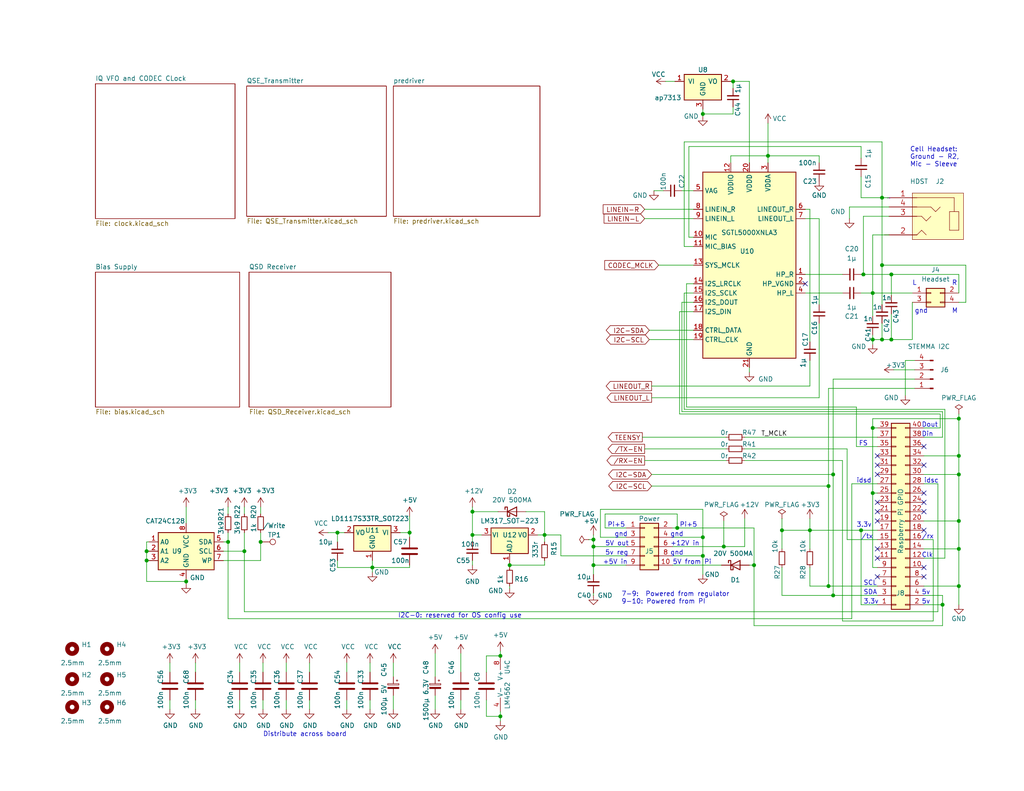
<source format=kicad_sch>
(kicad_sch (version 20230121) (generator eeschema)
  (paper "USLetter")
  (title_block (title "HF IQ Transceiver PiggyBack for Pi (not a hat)") (date "2024-01-21") (rev "2.0") (company "AE0GL: Mario P. Vano") (comment 1 "Sheet 1: Codec, Power Supplies, and GPIO") (comment 2 "Preliminary Version 2"))
  (junction (at 191.77 151.765))
  (junction (at 101.6 154.94))
  (junction (at 243.205 74.93))
  (junction (at 148.59 146.05))
  (junction (at 238.125 134.62))
  (junction (at 238.125 80.01))
  (junction (at 238.125 92.71))
  (junction (at 226.06 160.02))
  (junction (at 209.55 42.545))
  (junction (at 243.205 92.71))
  (junction (at 240.665 72.39))
  (junction (at 240.665 53.975))
  (junction (at 240.665 92.71))
  (junction (at 227.33 129.54))
  (junction (at 261.62 129.54))
  (junction (at 257.175 165.1))
  (junction (at 205.74 154.305))
  (junction (at 40.005 150.495))
  (junction (at 161.925 147.32))
  (junction (at 40.005 153.035))
  (junction (at 227.33 162.56))
  (junction (at 71.12 147.955))
  (junction (at 191.77 146.685))
  (junction (at 66.675 150.495))
  (junction (at 220.98 144.78))
  (junction (at 197.485 149.225))
  (junction (at 50.8 158.75))
  (junction (at 213.36 144.78))
  (junction (at 128.905 139.7))
  (junction (at 92.075 145.415))
  (junction (at 191.77 31.115))
  (junction (at 234.95 144.78))
  (junction (at 238.125 116.84))
  (junction (at 161.925 149.225))
  (junction (at 261.62 142.24))
  (junction (at 136.525 195.58))
  (junction (at 136.525 179.07))
  (junction (at 184.785 144.145))
  (junction (at 128.905 146.05))
  (junction (at 261.62 124.46))
  (junction (at 261.62 114.3))
  (junction (at 161.925 154.305))
  (junction (at 226.06 132.715))
  (junction (at 235.585 74.93))
  (junction (at 111.76 145.415))
  (junction (at 200.025 22.225))
  (junction (at 62.23 147.955))
  (junction (at 261.62 160.02))
  (junction (at 139.065 154.305))
  (junction (at 261.62 149.86))
  (no_connect (at 239.395 127))
  (no_connect (at 239.395 149.86))
  (no_connect (at 239.395 152.4))
  (no_connect (at 252.095 157.48))
  (no_connect (at 239.395 129.54))
  (no_connect (at 252.095 134.62))
  (no_connect (at 252.095 154.94))
  (no_connect (at 239.395 139.7))
  (no_connect (at 252.095 137.16))
  (no_connect (at 252.095 127))
  (no_connect (at 239.395 137.16))
  (no_connect (at 252.095 144.78))
  (no_connect (at 239.395 157.48))
  (no_connect (at 219.71 77.47))
  (no_connect (at 252.095 121.92))
  (no_connect (at 239.395 142.24))
  (no_connect (at 252.095 139.7))
  (no_connect (at 239.395 124.46))
  (wire (pts (xy 243.205 85.725) (xy 243.205 92.71)))
  (wire (pts (xy 65.405 180.975) (xy 65.405 183.515)))
  (wire (pts (xy 170.815 146.685) (xy 163.83 146.685)))
  (wire (pts (xy 226.06 160.02) (xy 239.395 160.02)))
  (wire (pts (xy 186.69 67.31) (xy 189.23 67.31)))
  (wire (pts (xy 161.925 146.05) (xy 161.925 147.32)))
  (wire (pts (xy 189.23 52.07) (xy 186.055 52.07)))
  (wire (pts (xy 261.62 124.46) (xy 261.62 129.54)))
  (wire (pts (xy 261.62 74.93) (xy 243.205 74.93)))
  (wire (pts (xy 65.405 191.135) (xy 65.405 193.675)))
  (wire (pts (xy 263.525 72.39) (xy 263.525 82.55)))
  (wire (pts (xy 227.33 162.56) (xy 239.395 162.56)))
  (wire (pts (xy 165.1 140.335) (xy 184.785 140.335)))
  (wire (pts (xy 60.96 147.955) (xy 62.23 147.955)))
  (wire (pts (xy 233.68 121.92) (xy 239.395 121.92)))
  (wire (pts (xy 185.42 113.03) (xy 256.54 113.03)))
  (wire (pts (xy 257.175 165.1) (xy 257.175 170.815)))
  (wire (pts (xy 139.065 154.94) (xy 139.065 154.305)))
  (wire (pts (xy 238.125 86.36) (xy 238.125 80.01)))
  (wire (pts (xy 153.035 146.05) (xy 153.035 151.765)))
  (wire (pts (xy 252.095 132.08) (xy 255.905 132.08)))
  (wire (pts (xy 136.525 195.58) (xy 136.525 194.31)))
  (wire (pts (xy 227.33 103.505) (xy 227.33 129.54)))
  (wire (pts (xy 132.715 179.07) (xy 136.525 179.07)))
  (wire (pts (xy 229.87 125.73) (xy 203.2 125.73)))
  (wire (pts (xy 209.55 42.545) (xy 209.55 33.655)))
  (wire (pts (xy 40.005 153.035) (xy 40.64 153.035)))
  (wire (pts (xy 178.435 52.07) (xy 180.975 52.07)))
  (wire (pts (xy 238.125 64.135) (xy 238.125 80.01)))
  (wire (pts (xy 234.95 165.1) (xy 234.95 144.78)))
  (wire (pts (xy 177.165 90.17) (xy 189.23 90.17)))
  (wire (pts (xy 100.965 180.975) (xy 100.965 183.515)))
  (wire (pts (xy 197.485 149.225) (xy 203.2 149.225)))
  (wire (pts (xy 234.95 165.1) (xy 239.395 165.1)))
  (wire (pts (xy 232.41 132.08) (xy 232.41 168.91)))
  (wire (pts (xy 161.925 149.225) (xy 161.925 147.32)))
  (wire (pts (xy 243.84 100.965) (xy 249.555 100.965)))
  (wire (pts (xy 128.905 154.305) (xy 128.905 153.035)))
  (wire (pts (xy 177.8 132.715) (xy 226.06 132.715)))
  (wire (pts (xy 220.98 154.94) (xy 220.98 160.02)))
  (wire (pts (xy 177.165 92.71) (xy 189.23 92.71)))
  (wire (pts (xy 248.92 82.55) (xy 248.92 92.71)))
  (wire (pts (xy 128.905 138.43) (xy 128.905 139.7)))
  (wire (pts (xy 60.96 150.495) (xy 66.675 150.495)))
  (wire (pts (xy 238.125 134.62) (xy 238.125 116.84)))
  (wire (pts (xy 78.105 191.135) (xy 78.105 193.675)))
  (wire (pts (xy 66.675 167.005) (xy 66.675 150.495)))
  (wire (pts (xy 92.075 145.415) (xy 92.075 147.955)))
  (wire (pts (xy 135.89 139.7) (xy 128.905 139.7)))
  (wire (pts (xy 255.905 132.08) (xy 255.905 167.005)))
  (wire (pts (xy 146.685 146.05) (xy 148.59 146.05)))
  (wire (pts (xy 184.785 144.145) (xy 205.74 144.145)))
  (wire (pts (xy 66.675 150.495) (xy 66.675 145.415)))
  (wire (pts (xy 191.77 31.115) (xy 191.77 29.845)))
  (wire (pts (xy 213.36 154.94) (xy 213.36 162.56)))
  (wire (pts (xy 235.585 59.055) (xy 235.585 74.93)))
  (wire (pts (xy 186.69 38.735) (xy 186.69 67.31)))
  (wire (pts (xy 118.745 178.435) (xy 118.745 184.785)))
  (wire (pts (xy 261.62 160.02) (xy 261.62 165.1)))
  (wire (pts (xy 219.71 59.69) (xy 223.52 59.69)))
  (wire (pts (xy 240.665 53.975) (xy 234.95 53.975)))
  (wire (pts (xy 107.315 180.975) (xy 107.315 184.785)))
  (wire (pts (xy 177.8 105.41) (xy 220.98 105.41)))
  (wire (pts (xy 234.95 144.78) (xy 239.395 144.78)))
  (wire (pts (xy 226.06 132.715) (xy 226.06 106.045)))
  (wire (pts (xy 226.06 132.715) (xy 226.06 160.02)))
  (wire (pts (xy 261.62 82.55) (xy 263.525 82.55)))
  (wire (pts (xy 143.51 139.7) (xy 148.59 139.7)))
  (wire (pts (xy 184.785 144.145) (xy 183.515 144.145)))
  (wire (pts (xy 71.12 145.415) (xy 71.12 147.955)))
  (wire (pts (xy 84.455 191.135) (xy 84.455 193.675)))
  (wire (pts (xy 239.395 154.94) (xy 238.125 154.94)))
  (wire (pts (xy 235.585 74.93) (xy 243.205 74.93)))
  (wire (pts (xy 191.77 31.115) (xy 191.77 31.75)))
  (wire (pts (xy 187.96 40.005) (xy 187.96 64.77)))
  (wire (pts (xy 184.785 140.335) (xy 184.785 144.145)))
  (wire (pts (xy 204.47 100.33) (xy 204.47 101.6)))
  (wire (pts (xy 261.62 114.3) (xy 261.62 124.46)))
  (wire (pts (xy 256.54 116.84) (xy 252.095 116.84)))
  (wire (pts (xy 181.61 22.225) (xy 184.15 22.225)))
  (wire (pts (xy 148.59 153.035) (xy 148.59 154.305)))
  (wire (pts (xy 249.555 98.425) (xy 247.015 98.425)))
  (wire (pts (xy 252.095 129.54) (xy 261.62 129.54)))
  (wire (pts (xy 186.69 111.76) (xy 257.81 111.76)))
  (wire (pts (xy 238.125 80.01) (xy 248.92 80.01)))
  (wire (pts (xy 191.77 146.685) (xy 191.77 151.765)))
  (wire (pts (xy 89.535 145.415) (xy 92.075 145.415)))
  (wire (pts (xy 220.98 105.41) (xy 220.98 98.425)))
  (wire (pts (xy 139.065 154.305) (xy 139.065 153.67)))
  (wire (pts (xy 240.665 92.71) (xy 238.125 92.71)))
  (wire (pts (xy 254.635 147.32) (xy 252.095 147.32)))
  (wire (pts (xy 71.12 153.035) (xy 71.12 147.955)))
  (wire (pts (xy 203.2 149.225) (xy 203.2 141.605)))
  (wire (pts (xy 232.41 168.91) (xy 62.23 168.91)))
  (wire (pts (xy 175.895 125.73) (xy 198.12 125.73)))
  (wire (pts (xy 132.715 191.135) (xy 132.715 195.58)))
  (wire (pts (xy 132.715 183.515) (xy 132.715 179.07)))
  (wire (pts (xy 257.175 165.1) (xy 252.095 165.1)))
  (wire (pts (xy 200.025 24.13) (xy 200.025 22.225)))
  (wire (pts (xy 238.125 91.44) (xy 238.125 92.71)))
  (wire (pts (xy 213.36 162.56) (xy 227.33 162.56)))
  (wire (pts (xy 220.98 57.15) (xy 220.98 93.345)))
  (wire (pts (xy 209.55 42.545) (xy 199.39 42.545)))
  (wire (pts (xy 204.47 22.225) (xy 204.47 44.45)))
  (wire (pts (xy 205.74 144.145) (xy 205.74 154.305)))
  (wire (pts (xy 233.68 111.125) (xy 233.68 121.92)))
  (wire (pts (xy 187.96 64.77) (xy 189.23 64.77)))
  (wire (pts (xy 111.76 154.305) (xy 111.76 154.94)))
  (wire (pts (xy 50.8 158.75) (xy 50.8 159.385)))
  (wire (pts (xy 200.025 31.115) (xy 191.77 31.115)))
  (wire (pts (xy 229.87 125.73) (xy 229.87 169.545)))
  (wire (pts (xy 255.905 167.005) (xy 66.675 167.005)))
  (wire (pts (xy 234.95 80.01) (xy 238.125 80.01)))
  (wire (pts (xy 240.665 72.39) (xy 263.525 72.39)))
  (wire (pts (xy 107.315 189.865) (xy 107.315 193.675)))
  (wire (pts (xy 53.34 191.135) (xy 53.34 193.675)))
  (wire (pts (xy 187.325 111.125) (xy 233.68 111.125)))
  (wire (pts (xy 248.92 92.71) (xy 243.205 92.71)))
  (wire (pts (xy 187.325 77.47) (xy 187.325 111.125)))
  (wire (pts (xy 163.83 146.685) (xy 163.83 139.065)))
  (wire (pts (xy 261.62 142.24) (xy 261.62 149.86)))
  (wire (pts (xy 71.12 138.43) (xy 71.12 140.335)))
  (wire (pts (xy 252.095 124.46) (xy 261.62 124.46)))
  (wire (pts (xy 252.095 162.56) (xy 257.175 162.56)))
  (wire (pts (xy 238.125 92.71) (xy 238.125 93.98)))
  (wire (pts (xy 240.665 38.735) (xy 240.665 53.975)))
  (wire (pts (xy 219.71 80.01) (xy 229.87 80.01)))
  (wire (pts (xy 197.485 149.225) (xy 197.485 142.24)))
  (wire (pts (xy 261.62 160.02) (xy 252.095 160.02)))
  (wire (pts (xy 240.665 88.265) (xy 240.665 92.71)))
  (wire (pts (xy 40.005 153.035) (xy 40.005 158.75)))
  (wire (pts (xy 234.95 53.975) (xy 234.95 48.26)))
  (wire (pts (xy 247.015 98.425) (xy 247.015 107.95)))
  (wire (pts (xy 191.77 151.765) (xy 191.77 156.845)))
  (wire (pts (xy 175.895 122.555) (xy 198.12 122.555)))
  (wire (pts (xy 238.125 116.84) (xy 238.125 114.3)))
  (wire (pts (xy 199.39 42.545) (xy 199.39 44.45)))
  (wire (pts (xy 229.87 169.545) (xy 254.635 169.545)))
  (wire (pts (xy 252.095 149.86) (xy 261.62 149.86)))
  (wire (pts (xy 46.355 191.135) (xy 46.355 193.675)))
  (wire (pts (xy 40.64 147.955) (xy 40.005 147.955)))
  (wire (pts (xy 235.585 59.055) (xy 242.57 59.055)))
  (wire (pts (xy 40.005 158.75) (xy 50.8 158.75)))
  (wire (pts (xy 252.095 119.38) (xy 257.175 119.38)))
  (wire (pts (xy 100.965 191.135) (xy 100.965 193.675)))
  (wire (pts (xy 189.23 80.01) (xy 186.69 80.01)))
  (wire (pts (xy 243.205 74.93) (xy 243.205 80.645)))
  (wire (pts (xy 136.525 177.8) (xy 136.525 179.07)))
  (wire (pts (xy 200.025 31.115) (xy 200.025 29.21)))
  (wire (pts (xy 163.83 139.065) (xy 191.77 139.065)))
  (wire (pts (xy 71.755 180.975) (xy 71.755 183.515)))
  (wire (pts (xy 257.175 170.815) (xy 205.74 170.815)))
  (wire (pts (xy 220.98 141.605) (xy 220.98 144.78)))
  (wire (pts (xy 66.675 140.335) (xy 66.675 138.43)))
  (wire (pts (xy 252.095 152.4) (xy 257.81 152.4)))
  (wire (pts (xy 131.445 146.05) (xy 128.905 146.05)))
  (wire (pts (xy 189.23 82.55) (xy 186.055 82.55)))
  (wire (pts (xy 128.905 147.955) (xy 128.905 146.05)))
  (wire (pts (xy 125.73 191.135) (xy 125.73 193.675)))
  (wire (pts (xy 234.95 40.005) (xy 234.95 43.18)))
  (wire (pts (xy 197.485 149.225) (xy 183.515 149.225)))
  (wire (pts (xy 200.025 22.225) (xy 204.47 22.225)))
  (wire (pts (xy 161.925 149.225) (xy 170.815 149.225)))
  (wire (pts (xy 238.125 114.3) (xy 261.62 114.3)))
  (wire (pts (xy 94.615 191.135) (xy 94.615 193.675)))
  (wire (pts (xy 239.395 134.62) (xy 238.125 134.62)))
  (wire (pts (xy 92.075 153.035) (xy 92.075 154.94)))
  (wire (pts (xy 239.395 132.08) (xy 232.41 132.08)))
  (wire (pts (xy 111.76 146.685) (xy 111.76 145.415)))
  (wire (pts (xy 111.76 154.94) (xy 101.6 154.94)))
  (wire (pts (xy 128.905 139.7) (xy 128.905 146.05)))
  (wire (pts (xy 111.76 145.415) (xy 111.76 140.97)))
  (wire (pts (xy 189.23 72.39) (xy 179.705 72.39)))
  (wire (pts (xy 186.055 82.55) (xy 186.055 112.395)))
  (wire (pts (xy 53.34 180.975) (xy 53.34 183.515)))
  (wire (pts (xy 226.06 106.045) (xy 249.555 106.045)))
  (wire (pts (xy 254.635 169.545) (xy 254.635 147.32)))
  (wire (pts (xy 183.515 146.685) (xy 191.77 146.685)))
  (wire (pts (xy 175.26 119.38) (xy 198.12 119.38)))
  (wire (pts (xy 205.74 170.815) (xy 205.74 154.305)))
  (wire (pts (xy 238.125 154.94) (xy 238.125 134.62)))
  (wire (pts (xy 256.54 113.03) (xy 256.54 116.84)))
  (wire (pts (xy 84.455 180.975) (xy 84.455 183.515)))
  (wire (pts (xy 94.615 180.975) (xy 94.615 183.515)))
  (wire (pts (xy 261.62 149.86) (xy 261.62 160.02)))
  (wire (pts (xy 240.665 53.975) (xy 242.57 53.975)))
  (wire (pts (xy 227.33 129.54) (xy 227.33 162.56)))
  (wire (pts (xy 203.2 122.555) (xy 231.14 122.555)))
  (wire (pts (xy 213.36 144.78) (xy 220.98 144.78)))
  (wire (pts (xy 170.815 144.145) (xy 165.1 144.145)))
  (wire (pts (xy 261.62 80.01) (xy 261.62 74.93)))
  (wire (pts (xy 40.005 147.955) (xy 40.005 150.495)))
  (wire (pts (xy 186.69 38.735) (xy 240.665 38.735)))
  (wire (pts (xy 40.005 150.495) (xy 40.005 153.035)))
  (wire (pts (xy 191.77 139.065) (xy 191.77 146.685)))
  (wire (pts (xy 186.055 112.395) (xy 257.175 112.395)))
  (wire (pts (xy 223.52 42.545) (xy 223.52 44.45)))
  (wire (pts (xy 139.065 160.655) (xy 139.065 160.02)))
  (wire (pts (xy 240.665 53.975) (xy 240.665 72.39)))
  (wire (pts (xy 203.2 119.38) (xy 239.395 119.38)))
  (wire (pts (xy 189.23 77.47) (xy 187.325 77.47)))
  (wire (pts (xy 92.075 145.415) (xy 93.98 145.415)))
  (wire (pts (xy 231.14 122.555) (xy 231.14 147.32)))
  (wire (pts (xy 185.42 85.09) (xy 185.42 113.03)))
  (wire (pts (xy 71.755 191.135) (xy 71.755 193.675)))
  (wire (pts (xy 199.39 22.225) (xy 200.025 22.225)))
  (wire (pts (xy 177.8 129.54) (xy 227.33 129.54)))
  (wire (pts (xy 50.8 142.875) (xy 50.8 138.43)))
  (wire (pts (xy 231.775 56.515) (xy 231.775 59.69)))
  (wire (pts (xy 101.6 156.21) (xy 101.6 154.94)))
  (wire (pts (xy 148.59 139.7) (xy 148.59 146.05)))
  (wire (pts (xy 153.035 146.05) (xy 148.59 146.05)))
  (wire (pts (xy 219.71 57.15) (xy 220.98 57.15)))
  (wire (pts (xy 118.745 189.865) (xy 118.745 193.675)))
  (wire (pts (xy 213.36 144.78) (xy 213.36 149.86)))
  (wire (pts (xy 161.925 147.32) (xy 160.655 147.32)))
  (wire (pts (xy 231.775 56.515) (xy 242.57 56.515)))
  (wire (pts (xy 109.22 145.415) (xy 111.76 145.415)))
  (wire (pts (xy 161.925 156.845) (xy 161.925 154.305)))
  (wire (pts (xy 261.62 129.54) (xy 261.62 142.24)))
  (wire (pts (xy 92.075 154.94) (xy 101.6 154.94)))
  (wire (pts (xy 165.1 144.145) (xy 165.1 140.335)))
  (wire (pts (xy 148.59 146.05) (xy 148.59 147.955)))
  (wire (pts (xy 257.81 111.76) (xy 257.81 152.4)))
  (wire (pts (xy 161.925 154.305) (xy 161.925 149.225)))
  (wire (pts (xy 78.105 180.975) (xy 78.105 183.515)))
  (wire (pts (xy 252.095 142.24) (xy 261.62 142.24)))
  (wire (pts (xy 239.395 147.32) (xy 231.14 147.32)))
  (wire (pts (xy 148.59 154.305) (xy 139.065 154.305)))
  (wire (pts (xy 40.64 150.495) (xy 40.005 150.495)))
  (wire (pts (xy 227.33 103.505) (xy 249.555 103.505)))
  (wire (pts (xy 220.98 160.02) (xy 226.06 160.02)))
  (wire (pts (xy 220.98 149.86) (xy 220.98 144.78)))
  (wire (pts (xy 213.36 141.605) (xy 213.36 144.78)))
  (wire (pts (xy 204.47 154.305) (xy 205.74 154.305)))
  (wire (pts (xy 240.665 72.39) (xy 240.665 83.185)))
  (wire (pts (xy 209.55 42.545) (xy 223.52 42.545)))
  (wire (pts (xy 136.525 195.58) (xy 136.525 196.85)))
  (wire (pts (xy 153.035 151.765) (xy 170.815 151.765)))
  (wire (pts (xy 175.895 57.15) (xy 189.23 57.15)))
  (wire (pts (xy 101.6 153.035) (xy 101.6 154.94)))
  (wire (pts (xy 223.52 88.265) (xy 223.52 108.585)))
  (wire (pts (xy 243.205 92.71) (xy 240.665 92.71)))
  (wire (pts (xy 175.895 59.69) (xy 189.23 59.69)))
  (wire (pts (xy 257.175 112.395) (xy 257.175 119.38)))
  (wire (pts (xy 125.73 178.435) (xy 125.73 183.515)))
  (wire (pts (xy 62.23 147.955) (xy 62.23 168.91)))
  (wire (pts (xy 177.8 108.585) (xy 223.52 108.585)))
  (wire (pts (xy 186.69 80.01) (xy 186.69 111.76)))
  (wire (pts (xy 62.23 140.335) (xy 62.23 138.43)))
  (wire (pts (xy 183.515 154.305) (xy 196.85 154.305)))
  (wire (pts (xy 50.8 158.115) (xy 50.8 158.75)))
  (wire (pts (xy 62.23 147.955) (xy 62.23 145.415)))
  (wire (pts (xy 46.355 180.975) (xy 46.355 183.515)))
  (wire (pts (xy 242.57 64.135) (xy 238.125 64.135)))
  (wire (pts (xy 132.715 195.58) (xy 136.525 195.58)))
  (wire (pts (xy 223.52 59.69) (xy 223.52 83.185)))
  (wire (pts (xy 239.395 116.84) (xy 238.125 116.84)))
  (wire (pts (xy 161.925 154.305) (xy 170.815 154.305)))
  (wire (pts (xy 229.87 74.93) (xy 219.71 74.93)))
  (wire (pts (xy 209.55 42.545) (xy 209.55 44.45)))
  (wire (pts (xy 261.62 113.03) (xy 261.62 114.3)))
  (wire (pts (xy 257.175 162.56) (xy 257.175 165.1)))
  (wire (pts (xy 234.95 40.005) (xy 187.96 40.005)))
  (wire (pts (xy 161.925 162.56) (xy 161.925 161.925)))
  (wire (pts (xy 220.98 144.78) (xy 234.95 144.78)))
  (wire (pts (xy 234.95 74.93) (xy 235.585 74.93)))
  (wire (pts (xy 60.96 153.035) (xy 71.12 153.035)))
  (wire (pts (xy 183.515 151.765) (xy 191.77 151.765)))
  (wire (pts (xy 189.23 85.09) (xy 185.42 85.09)))
  (text "L" (at 248.92 78.105 0) (effects (font (size 1.27 1.27)) (justify left bottom)))
  (text "SCL" (at 235.585 160.02 0) (effects (font (size 1.27 1.27)) (justify left bottom)))
  (text "5V out" (at 165.1 149.225 0) (effects (font (size 1.27 1.27)) (justify left bottom)))
  (text "gnd" (at 182.88 146.685 0) (effects (font (size 1.27 1.27)) (justify left bottom)))
  (text "SDA" (at 235.585 162.56 0) (effects (font (size 1.27 1.27)) (justify left bottom)))
  (text "Dout" (at 251.46 116.84 0) (effects (font (size 1.27 1.27)) (justify left bottom)))
  (text "idsd" (at 233.68 132.08 0) (effects (font (size 1.27 1.27)) (justify left bottom)))
  (text "3.3v" (at 235.585 165.1 0) (effects (font (size 1.27 1.27)) (justify left bottom)))
  (text "gnd" (at 182.88 151.765 0) (effects (font (size 1.27 1.27)) (justify left bottom)))
  (text "Pi+5" (at 185.42 144.145 0) (effects (font (size 1.27 1.27)) (justify left bottom)))
  (text "I2C-0: reserved for OS config use" (at 108.585 168.91 0) (effects (font (size 1.27 1.27)) (justify left bottom)))
  (text "/tx" (at 234.95 147.32 0) (effects (font (size 1.27 1.27)) (justify left bottom)))
  (text "Cell Headset:\nGround - R2,\nMic - Sleeve\n" (at 248.285 45.72 0) (effects (font (size 1.27 1.27)) (justify left bottom)))
  (text "gnd" (at 249.555 85.725 0) (effects (font (size 1.27 1.27)) (justify left bottom)))
  (text "Pi+5" (at 165.735 144.145 0) (effects (font (size 1.27 1.27)) (justify left bottom)))
  (text "Distribute across board\n" (at 71.755 201.295 0) (effects (font (size 1.27 1.27)) (justify left bottom)))
  (text "5v" (at 251.46 162.56 0) (effects (font (size 1.27 1.27)) (justify left bottom)))
  (text "+5V in" (at 164.465 154.305 0) (effects (font (size 1.27 1.27)) (justify left bottom)))
  (text "idsc" (at 252.095 132.08 0) (effects (font (size 1.27 1.27)) (justify left bottom)))
  (text "FS" (at 234.315 121.92 0) (effects (font (size 1.27 1.27)) (justify left bottom)))
  (text "Din" (at 251.46 119.38 0) (effects (font (size 1.27 1.27)) (justify left bottom)))
  (text "/rx" (at 251.46 147.32 0) (effects (font (size 1.27 1.27)) (justify left bottom)))
  (text "Clk" (at 251.46 152.4 0) (effects (font (size 1.27 1.27)) (justify left bottom)))
  (text "5v" (at 251.46 165.1 0) (effects (font (size 1.27 1.27)) (justify left bottom)))
  (text "3.3v" (at 233.68 144.145 0) (effects (font (size 1.27 1.27)) (justify left bottom)))
  (text "5v reg\n" (at 165.1 151.765 0) (effects (font (size 1.27 1.27)) (justify left bottom)))
  (text "7-9:  Powered from regulator\n9-10: Powered from PI\n" (at 169.545 165.1 0) (effects (font (size 1.27 1.27)) (justify left bottom)))
  (text "5V from Pi" (at 183.515 154.305 0) (effects (font (size 1.27 1.27)) (justify left bottom)))
  (text "+12V in" (at 182.88 149.225 0) (effects (font (size 1.27 1.27)) (justify left bottom)))
  (text "gnd" (at 167.64 146.685 0) (effects (font (size 1.27 1.27)) (justify left bottom)))
  (text "M" (at 259.715 85.725 0) (effects (font (size 1.27 1.27)) (justify left bottom)))
  (text "R" (at 259.715 78.105 0) (effects (font (size 1.27 1.27)) (justify left bottom)))
  (label "T_MCLK" (at 207.645 119.38 0))
  (global_label "{slash}RX-EN" (shape output) (at 175.895 125.73 180) (property "Intersheetrefs" "${INTERSHEET_REFS}" (effects hide)))
  (global_label "CODEC_MCLK" (shape input) (at 179.705 72.39 180) (property "Intersheetrefs" "${INTERSHEET_REFS}" (effects hide)))
  (global_label "I2C-SCL" (shape bidirectional) (at 177.8 132.715 180) (property "Intersheetrefs" "${INTERSHEET_REFS}" (effects hide)))
  (global_label "I2C-SDA" (shape bidirectional) (at 177.8 129.54 180) (property "Intersheetrefs" "${INTERSHEET_REFS}" (effects hide)))
  (global_label "LINEOUT_R" (shape output) (at 177.8 105.41 180) (property "Intersheetrefs" "${INTERSHEET_REFS}" (effects hide)))
  (global_label "I2C-SDA" (shape bidirectional) (at 177.165 90.17 180) (property "Intersheetrefs" "${INTERSHEET_REFS}" (effects hide)))
  (global_label "LINEIN-R" (shape input) (at 175.895 57.15 180) (property "Intersheetrefs" "${INTERSHEET_REFS}" (effects hide)))
  (global_label "LINEIN-L" (shape input) (at 175.895 59.69 180) (property "Intersheetrefs" "${INTERSHEET_REFS}" (effects hide)))
  (global_label "{slash}TX-EN" (shape output) (at 175.895 122.555 180) (property "Intersheetrefs" "${INTERSHEET_REFS}" (effects hide)))
  (global_label "LINEOUT_L" (shape output) (at 177.8 108.585 180) (property "Intersheetrefs" "${INTERSHEET_REFS}" (effects hide)))
  (global_label "TEENSY" (shape output) (at 175.26 119.38 180) (property "Intersheetrefs" "${INTERSHEET_REFS}" (effects hide)))
  (global_label "I2C-SCL" (shape bidirectional) (at 177.165 92.71 180) (property "Intersheetrefs" "${INTERSHEET_REFS}" (effects hide)))
  (symbol (lib_id "Device:C") (at 132.715 187.325 0) (mirror y) (unit 1)
    (property "Reference" "C8" (at 130.175 184.785 90))
    (property "Value" "100n" (at 130.175 191.135 90))
    (property "Footprint" "Capacitor_SMD:C_0603_1608Metric" (effects hide))
    (property "DigiKey Part Number" "1276-1033-1-ND" (effects hide))
    (property "Manufacturer_Part_Number" "CL10B104JB8NNNC" (effects hide))
    (property "Description" "0.1 µF ±5% 50V Ceramic Capacitor X7R 0603 (1608 Metric)" (effects hide))
    (property "Manufacturer_Name" "Samsung Electro-Mechanics" (effects hide))
  )
  (symbol (lib_id "Connector_Generic:Conn_02x20_Odd_Even") (at 244.475 142.24 0) (mirror x) (unit 1) (in_bom no)
    (property "Reference" "J8" (at 244.475 161.925 0) (effects (justify left)))
    (property "Value" "Raspberry Pi GPIO" (at 245.745 133.35 90) (effects (justify left)))
    (property "Footprint" "Connector_PinSocket_2.54mm:PinSocket_2x20_P2.54mm_Vertical" (effects hide))
  )
  (symbol (lib_id "power:GND") (at 136.525 196.85 0) (unit 1)
    (property "Reference" "#PWR013" (effects hide))
    (property "Value" "GND" (at 136.652 201.2442 0))
  )
  (symbol (lib_id "Mechanical:MountingHole") (at 19.685 193.04 0) (unit 1) (in_bom no)
    (property "Reference" "H3" (at 22.225 191.8716 0) (effects (justify left)))
    (property "Value" "2.5mm" (at 16.51 196.85 0) (effects (justify left)))
    (property "Footprint" "MPV-2024:MountingHole_2.7mm_M2.5_KA" (effects hide))
  )
  (symbol (lib_id "Mechanical:MountingHole") (at 19.685 177.165 0) (unit 1) (in_bom no)
    (property "Reference" "H1" (at 22.225 175.9966 0) (effects (justify left)))
    (property "Value" "2.5mm" (at 16.51 180.975 0) (effects (justify left)))
    (property "Footprint" "MPV-2024:MountingHole_2.7mm_M2.5_KA" (effects hide))
  )
  (symbol (lib_id "Mechanical:MountingHole") (at 19.685 185.42 0) (unit 1) (in_bom no)
    (property "Reference" "H2" (at 22.225 184.2516 0) (effects (justify left)))
    (property "Value" "2.5mm" (at 16.51 189.23 0) (effects (justify left)))
    (property "Footprint" "MPV-2024:MountingHole_2.7mm_M2.5_KA" (effects hide))
  )
  (symbol (lib_id "Mechanical:MountingHole") (at 29.21 177.165 0) (unit 1) (in_bom no)
    (property "Reference" "H4" (at 31.75 175.9966 0) (effects (justify left)))
    (property "Value" "2.5mm" (at 26.67 180.975 0) (effects (justify left)))
    (property "Footprint" "MPV-2024:MountingHole_2.7mm_M2.5_KA" (effects hide))
  )
  (symbol (lib_id "power:PWR_FLAG") (at 261.62 113.03 0) (unit 1)
    (property "Reference" "#FLG0101" (effects hide))
    (property "Value" "PWR_FLAG" (at 261.62 108.6358 0))
  )
  (symbol (lib_id "Device:C") (at 100.965 187.325 0) (mirror y) (unit 1)
    (property "Reference" "C33" (at 98.425 184.785 90))
    (property "Value" "100n" (at 98.425 191.135 90))
    (property "Footprint" "Capacitor_SMD:C_0603_1608Metric" (effects hide))
    (property "DigiKey Part Number" "1276-1033-1-ND" (effects hide))
    (property "Manufacturer_Part_Number" "CL10B104JB8NNNC" (effects hide))
    (property "Description" "0.1 µF ±5% 50V Ceramic Capacitor X7R 0603 (1608 Metric)" (effects hide))
    (property "Manufacturer_Name" "Samsung Electro-Mechanics" (effects hide))
  )
  (symbol (lib_id "power:GND") (at 100.965 193.675 0) (unit 1)
    (property "Reference" "#PWR035" (effects hide))
    (property "Value" "GND" (at 101.092 198.0692 0))
  )
  (symbol (lib_id "power:PWR_FLAG") (at 213.36 141.605 0) (unit 1)
    (property "Reference" "#FLG0102" (effects hide))
    (property "Value" "PWR_FLAG" (at 213.36 137.795 0))
  )
  (symbol (lib_id "Device:C_Small") (at 223.52 85.725 0) (mirror x) (unit 1)
    (property "Reference" "C16" (at 222.25 89.535 90))
    (property "Value" "1µ" (at 222.25 81.915 90))
    (property "Footprint" "Capacitor_SMD:C_0603_1608Metric" (effects hide))
    (property "DigiKey Part Number" "1276-1036-1-ND" (effects hide))
    (property "Manufacturer_Part_Number" "CL10A105KQ8NNNC" (effects hide))
    (property "Description" "CAP CER 1UF 6.3V X5R 0603" (effects hide))
    (property "Manufacturer_Name" "Samsung Electro-Mechanics" (effects hide))
  )
  (symbol (lib_id "Device:C_Small") (at 220.98 95.885 0) (mirror y) (unit 1)
    (property "Reference" "C17" (at 219.71 92.71 90))
    (property "Value" "1µ" (at 219.075 99.06 90))
    (property "Footprint" "Capacitor_SMD:C_0603_1608Metric" (effects hide))
    (property "DigiKey Part Number" "1276-1036-1-ND" (effects hide))
    (property "Manufacturer_Part_Number" "CL10A105KQ8NNNC" (effects hide))
    (property "Description" "CAP CER 1UF 6.3V X5R 0603" (effects hide))
    (property "Manufacturer_Name" "Samsung Electro-Mechanics" (effects hide))
  )
  (symbol (lib_id "Audio:SGTL5000XNLA3") (at 204.47 72.39 0) (unit 1)
    (property "Reference" "U10" (at 203.835 68.58 0))
    (property "Value" "SGTL5000XNLA3" (at 204.47 63.5 0))
    (property "Footprint" "Package_DFN_QFN:QFN-20-1EP_3x3mm_P0.4mm_EP1.65x1.65mm" (effects hide))
    (property "Datasheet" "https://www.nxp.com/docs/en/data-sheet/SGTL5000.pdf" (effects hide))
    (property "DigiKey Part Number" "SGTL5000XNLA3-ND" (effects hide))
    (property "Description" "IC AUDIO CODEC STEREO 20-QFN" (effects hide))
    (property "Manufacturer_Part_Number" "SGTL5000XNLA3" (effects hide))
    (property "Manufacturer_Name" "NXP USA Inc." (effects hide))
  )
  (symbol (lib_id "Device:C_Small") (at 232.41 80.01 270) (mirror x) (unit 1)
    (property "Reference" "C21" (at 232.41 86.36 90))
    (property "Value" "1µ" (at 232.41 83.82 90))
    (property "Footprint" "Capacitor_SMD:C_0603_1608Metric" (effects hide))
    (property "DigiKey Part Number" "1276-1036-1-ND" (effects hide))
    (property "Manufacturer_Part_Number" "CL10A105KQ8NNNC" (effects hide))
    (property "Description" "CAP CER 1UF 6.3V X5R 0603" (effects hide))
    (property "Manufacturer_Name" "Samsung Electro-Mechanics" (effects hide))
  )
  (symbol (lib_id "Device:C_Small") (at 232.41 74.93 270) (mirror x) (unit 1)
    (property "Reference" "C20" (at 232.41 67.945 90))
    (property "Value" "1µ" (at 232.41 70.485 90))
    (property "Footprint" "Capacitor_SMD:C_0603_1608Metric" (effects hide))
    (property "DigiKey Part Number" "1276-1036-1-ND" (effects hide))
    (property "Manufacturer_Part_Number" "CL10A105KQ8NNNC" (effects hide))
    (property "Description" "CAP CER 1UF 6.3V X5R 0603" (effects hide))
    (property "Manufacturer_Name" "Samsung Electro-Mechanics" (effects hide))
  )
  (symbol (lib_id "Device:C_Small") (at 238.125 88.9 0) (mirror x) (unit 1)
    (property "Reference" "C41" (at 236.855 91.44 90))
    (property "Value" "1n" (at 236.855 86.995 0))
    (property "Footprint" "Capacitor_SMD:C_0603_1608Metric" (effects hide))
    (property "DigiKey Part Number" "1276-1091-1-ND" (effects hide))
    (property "Manufacturer_Part_Number" "CL10C102JB8NNNC" (effects hide))
    (property "Description" "CAP CER 1000PF 50V C0G/NP0 0603" (effects hide))
    (property "Manufacturer_Name" "Samsung Electro-Mechanics" (effects hide))
  )
  (symbol (lib_id "Device:C_Small") (at 234.95 45.72 0) (mirror x) (unit 1)
    (property "Reference" "C15" (at 236.855 49.53 90))
    (property "Value" "1µ" (at 236.855 41.91 90))
    (property "Footprint" "Capacitor_SMD:C_0603_1608Metric" (effects hide))
    (property "DigiKey Part Number" "1276-1036-1-ND" (effects hide))
    (property "Manufacturer_Part_Number" "CL10A105KQ8NNNC" (effects hide))
    (property "Description" "CAP CER 1UF 6.3V X5R 0603" (effects hide))
    (property "Manufacturer_Name" "Samsung Electro-Mechanics" (effects hide))
  )
  (symbol (lib_id "Device:C_Small") (at 240.665 85.725 0) (mirror x) (unit 1)
    (property "Reference" "C42" (at 241.935 88.9 90))
    (property "Value" "1n" (at 239.395 83.82 0))
    (property "Footprint" "Capacitor_SMD:C_0603_1608Metric" (effects hide))
    (property "DigiKey Part Number" "1276-1091-1-ND" (effects hide))
    (property "Manufacturer_Part_Number" "CL10C102JB8NNNC" (effects hide))
    (property "Description" "CAP CER 1000PF 50V C0G/NP0 0603" (effects hide))
    (property "Manufacturer_Name" "Samsung Electro-Mechanics" (effects hide))
  )
  (symbol (lib_id "Device:C_Small") (at 243.205 83.185 0) (mirror x) (unit 1)
    (property "Reference" "C43" (at 244.475 86.36 90))
    (property "Value" "1n" (at 241.935 81.28 0))
    (property "Footprint" "Capacitor_SMD:C_0603_1608Metric" (effects hide))
    (property "DigiKey Part Number" "1276-1091-1-ND" (effects hide))
    (property "Manufacturer_Part_Number" "CL10C102JB8NNNC" (effects hide))
    (property "Description" "CAP CER 1000PF 50V C0G/NP0 0603" (effects hide))
    (property "Manufacturer_Name" "Samsung Electro-Mechanics" (effects hide))
  )
  (symbol (lib_id "power:GND") (at 238.125 93.98 0) (unit 1)
    (property "Reference" "#PWR032" (effects hide))
    (property "Value" "GND" (at 234.315 94.615 0))
  )
  (symbol (lib_id "power:PWR_FLAG") (at 160.655 147.32 90) (unit 1)
    (property "Reference" "#FLG0104" (effects hide))
    (property "Value" "PWR_FLAG" (at 157.48 140.335 90))
  )
  (symbol (lib_id "Device:C_Small") (at 183.515 52.07 90) (mirror x) (unit 1)
    (property "Reference" "C22" (at 186.055 49.53 0))
    (property "Value" "100n" (at 180.975 49.53 0))
    (property "Footprint" "Capacitor_SMD:C_0603_1608Metric" (effects hide))
    (property "DigiKey Part Number" "1276-1033-1-ND" (effects hide))
    (property "Manufacturer_Part_Number" "CL10B104JB8NNNC" (effects hide))
    (property "Description" "0.1 µF ±5% 50V Ceramic Capacitor X7R 0603 (1608 Metric)" (effects hide))
    (property "Manufacturer_Name" "Samsung Electro-Mechanics" (effects hide))
  )
  (symbol (lib_id "Device:C") (at 65.405 187.325 0) (mirror y) (unit 1)
    (property "Reference" "C34" (at 62.865 184.785 90))
    (property "Value" "100n" (at 62.865 191.135 90))
    (property "Footprint" "Capacitor_SMD:C_0603_1608Metric" (effects hide))
    (property "DigiKey Part Number" "1276-1033-1-ND" (effects hide))
    (property "Manufacturer_Part_Number" "CL10B104JB8NNNC" (effects hide))
    (property "Description" "0.1 µF ±5% 50V Ceramic Capacitor X7R 0603 (1608 Metric)" (effects hide))
    (property "Manufacturer_Name" "Samsung Electro-Mechanics" (effects hide))
  )
  (symbol (lib_id "power:GND") (at 65.405 193.675 0) (unit 1)
    (property "Reference" "#PWR037" (effects hide))
    (property "Value" "GND" (at 65.532 198.0692 0))
  )
  (symbol (lib_id "Device:C") (at 71.755 187.325 0) (mirror y) (unit 1)
    (property "Reference" "C35" (at 69.215 184.785 90))
    (property "Value" "100n" (at 69.215 191.135 90))
    (property "Footprint" "Capacitor_SMD:C_0603_1608Metric" (effects hide))
    (property "DigiKey Part Number" "1276-1033-1-ND" (effects hide))
    (property "Manufacturer_Part_Number" "CL10B104JB8NNNC" (effects hide))
    (property "Description" "0.1 µF ±5% 50V Ceramic Capacitor X7R 0603 (1608 Metric)" (effects hide))
    (property "Manufacturer_Name" "Samsung Electro-Mechanics" (effects hide))
  )
  (symbol (lib_id "power:GND") (at 71.755 193.675 0) (unit 1)
    (property "Reference" "#PWR039" (effects hide))
    (property "Value" "GND" (at 71.882 198.0692 0))
  )
  (symbol (lib_id "Device:C") (at 78.105 187.325 0) (mirror y) (unit 1)
    (property "Reference" "C36" (at 75.565 184.785 90))
    (property "Value" "100n" (at 75.565 191.135 90))
    (property "Footprint" "Capacitor_SMD:C_0603_1608Metric" (effects hide))
    (property "DigiKey Part Number" "1276-1033-1-ND" (effects hide))
    (property "Manufacturer_Part_Number" "CL10B104JB8NNNC" (effects hide))
    (property "Description" "0.1 µF ±5% 50V Ceramic Capacitor X7R 0603 (1608 Metric)" (effects hide))
    (property "Manufacturer_Name" "Samsung Electro-Mechanics" (effects hide))
  )
  (symbol (lib_id "power:GND") (at 78.105 193.675 0) (unit 1)
    (property "Reference" "#PWR041" (effects hide))
    (property "Value" "GND" (at 78.232 198.0692 0))
  )
  (symbol (lib_id "power:GND") (at 178.435 52.07 0) (unit 1)
    (property "Reference" "#PWR010" (effects hide))
    (property "Value" "GND" (at 174.625 53.34 0))
  )
  (symbol (lib_id "power:GND") (at 204.47 101.6 0) (unit 1)
    (property "Reference" "#PWR017" (effects hide))
    (property "Value" "GND" (at 208.915 103.505 0))
  )
  (symbol (lib_id "Device:C_Small") (at 223.52 46.99 0) (mirror x) (unit 1)
    (property "Reference" "C23" (at 220.98 49.53 0))
    (property "Value" "100n" (at 220.345 44.45 0))
    (property "Footprint" "Capacitor_SMD:C_0603_1608Metric" (effects hide))
    (property "DigiKey Part Number" "1276-1033-1-ND" (effects hide))
    (property "Manufacturer_Part_Number" "CL10B104JB8NNNC" (effects hide))
    (property "Description" "0.1 µF ±5% 50V Ceramic Capacitor X7R 0603 (1608 Metric)" (effects hide))
    (property "Manufacturer_Name" "Samsung Electro-Mechanics" (effects hide))
  )
  (symbol (lib_id "Device:C") (at 84.455 187.325 0) (mirror y) (unit 1)
    (property "Reference" "C37" (at 81.915 184.785 90))
    (property "Value" "100n" (at 81.915 191.135 90))
    (property "Footprint" "Capacitor_SMD:C_0603_1608Metric" (effects hide))
    (property "DigiKey Part Number" "1276-1033-1-ND" (effects hide))
    (property "Manufacturer_Part_Number" "CL10B104JB8NNNC" (effects hide))
    (property "Description" "0.1 µF ±5% 50V Ceramic Capacitor X7R 0603 (1608 Metric)" (effects hide))
    (property "Manufacturer_Name" "Samsung Electro-Mechanics" (effects hide))
  )
  (symbol (lib_id "power:GND") (at 84.455 193.675 0) (unit 1)
    (property "Reference" "#PWR043" (effects hide))
    (property "Value" "GND" (at 84.582 198.0692 0))
  )
  (symbol (lib_id "power:GND") (at 223.52 49.53 0) (unit 1)
    (property "Reference" "#PWR029" (effects hide))
    (property "Value" "GND" (at 223.52 53.34 0))
  )
  (symbol (lib_id "power:GND") (at 46.355 193.675 0) (unit 1)
    (property "Reference" "#PWR027" (effects hide))
    (property "Value" "GND" (at 46.482 198.0692 0))
  )
  (symbol (lib_id "Device:C") (at 46.355 187.325 0) (mirror y) (unit 1)
    (property "Reference" "C56" (at 43.815 184.785 90))
    (property "Value" "100n" (at 43.815 191.135 90))
    (property "Footprint" "Capacitor_SMD:C_0603_1608Metric" (effects hide))
    (property "DigiKey Part Number" "1276-1033-1-ND" (effects hide))
    (property "Manufacturer_Part_Number" "CL10B104JB8NNNC" (effects hide))
    (property "Description" "0.1 µF ±5% 50V Ceramic Capacitor X7R 0603 (1608 Metric)" (effects hide))
    (property "Manufacturer_Name" "Samsung Electro-Mechanics" (effects hide))
  )
  (symbol (lib_id "Regulator_Linear:LD1117S33TR_SOT223") (at 101.6 145.415 0) (mirror y) (unit 1)
    (property "Reference" "U11" (at 101.6 144.78 0))
    (property "Value" "LD1117S33TR_SOT223" (at 100.965 141.605 0))
    (property "Footprint" "Package_TO_SOT_SMD:SOT-223-3_TabPin2" (effects hide))
    (property "Datasheet" "http://www.st.com/st-web-ui/static/active/en/resource/technical/document/datasheet/CD00000544.pdf" (effects hide))
    (property "DigiKey Part Number" "497-1242-1-ND" (effects hide))
    (property "Description" "IC REG LINEAR 3.3V 800MA SOT223" (effects hide))
    (property "Manufacturer_Name" "STMicroelectronics" (effects hide))
    (property "Manufacturer_Part_Number" "LD1117S33TR" (effects hide))
  )
  (symbol (lib_id "power:GND") (at 261.62 165.1 0) (unit 1)
    (property "Reference" "#PWR031" (effects hide))
    (property "Value" "GND" (at 261.62 168.91 0))
  )
  (symbol (lib_id "Device:R_Small") (at 213.36 152.4 0) (mirror x) (unit 1)
    (property "Reference" "R27" (at 212.09 154.305 90) (effects (justify left)))
    (property "Value" "10k" (at 211.455 147.32 90) (effects (justify left)))
    (property "Footprint" "Resistor_SMD:R_0603_1608Metric" (effects hide))
    (property "DigiKey Part Number" "RMCF0603FT10K0CT-ND" (effects hide))
    (property "Description" "RES 10K OHM 1% 1/10W 0603" (effects hide))
    (property "Manufacturer_Part_Number" "RMCF0603FT10K0" (effects hide))
    (property "Manufacturer_Name" "Stackpole Electronics Inc" (effects hide))
  )
  (symbol (lib_id "Device:C") (at 125.73 187.325 0) (mirror y) (unit 1)
    (property "Reference" "C46" (at 123.19 182.245 90))
    (property "Value" "100n" (at 123.19 191.135 90))
    (property "Footprint" "Capacitor_SMD:C_0603_1608Metric" (effects hide))
    (property "DigiKey Part Number" "1276-1033-1-ND" (effects hide))
    (property "Manufacturer_Part_Number" "CL10B104JB8NNNC" (effects hide))
    (property "Description" "0.1 µF ±5% 50V Ceramic Capacitor X7R 0603 (1608 Metric)" (effects hide))
    (property "Manufacturer_Name" "Samsung Electro-Mechanics" (effects hide))
  )
  (symbol (lib_id "power:GND") (at 125.73 193.675 0) (unit 1)
    (property "Reference" "#PWR054" (effects hide))
    (property "Value" "GND" (at 125.857 198.0692 0))
  )
  (symbol (lib_id "power:+5V") (at 125.73 178.435 0) (unit 1)
    (property "Reference" "#PWR052" (effects hide))
    (property "Value" "+5V" (at 125.73 173.99 0))
  )
  (symbol (lib_name "+3.3V-power_3") (lib_id "radiohead-rescue:+3.3V-power") (at 46.355 180.975 0) (unit 1)
    (property "Reference" "#PWR024" (effects hide))
    (property "Value" "+3.3V" (at 46.736 176.5808 0))
  )
  (symbol (lib_id "Device:R_Small") (at 220.98 152.4 0) (mirror x) (unit 1)
    (property "Reference" "R28" (at 219.075 154.305 90) (effects (justify left)))
    (property "Value" "10k" (at 219.075 147.32 90) (effects (justify left)))
    (property "Footprint" "Resistor_SMD:R_0603_1608Metric" (effects hide))
    (property "DigiKey Part Number" "RMCF0603FT10K0CT-ND" (effects hide))
    (property "Description" "RES 10K OHM 1% 1/10W 0603" (effects hide))
    (property "Manufacturer_Part_Number" "RMCF0603FT10K0" (effects hide))
    (property "Manufacturer_Name" "Stackpole Electronics Inc" (effects hide))
  )
  (symbol (lib_id "Memory_EEPROM:CAT24C128") (at 50.8 150.495 0) (unit 1)
    (property "Reference" "U9" (at 48.26 150.495 0))
    (property "Value" "CAT24C128" (at 45.085 142.24 0))
    (property "Footprint" "Package_SO:SOIC-8_3.9x4.9mm_P1.27mm" (effects hide))
    (property "Datasheet" "https://www.onsemi.com/pub/Collateral/CAT24C128-D.PDF" (effects hide))
    (property "DigiKey Part Number" "BR24G128FJ-3GTE2CT-ND" (effects hide))
    (property "Description" "IC EEPROM 128KBIT I2C 8SOPJ" (effects hide))
    (property "Manufacturer_Name" "Rohm Semiconductor" (effects hide))
    (property "Manufacturer_Part_Number" "BR24G128FJ-3GTE2" (effects hide))
  )
  (symbol (lib_id "Device:C_Small") (at 161.925 159.385 0) (mirror x) (unit 1)
    (property "Reference" "C40" (at 159.385 162.56 0))
    (property "Value" "10µ" (at 159.385 157.48 0))
    (property "Footprint" "Capacitor_SMD:C_0603_1608Metric" (effects hide))
    (property "DigiKey Part Number" "1276-1038-1-ND" (effects hide))
    (property "Manufacturer_Part_Number" "CL10A106KQ8NNNC" (effects hide))
    (property "Description" "10 µF ±10% 6.3V Ceramic Capacitor X5R 0603 (1608 Metric)" (effects hide))
    (property "Manufacturer_Name" "Samsung Electro-Mechanics" (effects hide))
  )
  (symbol (lib_id "power:GND") (at 50.8 159.385 0) (unit 1)
    (property "Reference" "#PWR044" (effects hide))
    (property "Value" "GND" (at 53.848 157.734 0))
  )
  (symbol (lib_id "radiohead-rescue:CP_Small-Device") (at 107.315 187.325 0) (mirror y) (unit 1)
    (property "Reference" "C45" (at 104.775 182.88 90))
    (property "Value" "100µ 5V" (at 104.775 191.135 90))
    (property "Footprint" "Capacitor_SMD:C_Elec_6.3x5.4" (effects hide))
    (property "DigiKey Part Number" "PCE4377CT-ND" (effects hide))
    (property "Description" "CAP ALUM 100UF 20% 6.3V SMD" (effects hide))
    (property "Manufacturer_Part_Number" "EEE-FK0J101AP" (effects hide))
    (property "Manufacturer_Name" "Panasonic Electronic Components" (effects hide))
  )
  (symbol (lib_id "power:GND") (at 118.745 193.675 0) (unit 1)
    (property "Reference" "#PWR053" (effects hide))
    (property "Value" "GND" (at 118.872 198.0692 0))
  )
  (symbol (lib_id "power:+5V") (at 118.745 178.435 0) (unit 1)
    (property "Reference" "#PWR051" (effects hide))
    (property "Value" "+5V" (at 118.745 173.99 0))
  )
  (symbol (lib_id "Device:R_Small") (at 71.12 142.875 0) (mirror x) (unit 1)
    (property "Reference" "R20" (at 69.215 137.795 90) (effects (justify left)))
    (property "Value" "1k" (at 69.215 142.875 90) (effects (justify left)))
    (property "Footprint" "Resistor_SMD:R_0603_1608Metric" (effects hide))
    (property "DigiKey Part Number" "RMCF0603FT1K00CT-ND" (effects hide))
    (property "Description" "RES 1K OHM 1% 1/10W 0603" (effects hide))
    (property "Manufacturer_Part_Number" "RMCF0603FT1K00" (effects hide))
    (property "Manufacturer_Name" "Stackpole Electronics Inc" (effects hide))
  )
  (symbol (lib_id "power:+5V") (at 136.525 177.8 0) (unit 1)
    (property "Reference" "#PWR04" (effects hide))
    (property "Value" "+5V" (at 136.525 173.355 0))
  )
  (symbol (lib_id "power:GND") (at 191.77 31.75 0) (unit 1)
    (property "Reference" "#PWR050" (effects hide))
    (property "Value" "GND" (at 188.595 31.75 0))
  )
  (symbol (lib_id "Device:C_Small") (at 200.025 26.67 180) (unit 1)
    (property "Reference" "C44" (at 201.295 29.845 90))
    (property "Value" "1µ" (at 201.295 24.13 90))
    (property "Footprint" "Capacitor_SMD:C_0603_1608Metric" (effects hide))
    (property "DigiKey Part Number" "1276-1036-1-ND" (effects hide))
    (property "Manufacturer_Part_Number" "CL10A105KQ8NNNC" (effects hide))
    (property "Description" "CAP CER 1UF 6.3V X5R 0603" (effects hide))
    (property "Manufacturer_Name" "Samsung Electro-Mechanics" (effects hide))
  )
  (symbol (lib_name "CP_Small-Device_1") (lib_id "radiohead-rescue:CP_Small-Device") (at 118.745 187.325 0) (mirror y) (unit 1)
    (property "Reference" "C48" (at 116.205 182.245 90))
    (property "Value" "1500µ 6.3V" (at 116.205 191.135 90))
    (property "Footprint" "Capacitor_SMD:C_Elec_10x10.2" (effects hide))
    (property "DigiKey Part Number" "PCE4719CT-ND" (effects hide))
    (property "Description" "CAP ALUM 1500UF 20% 6.3V SMD" (effects hide))
    (property "Manufacturer_Part_Number" "EEE-HAJ152UAP" (effects hide))
    (property "Manufacturer_Name" "Panasonic Electronic Components" (effects hide))
  )
  (symbol (lib_id "power:GND") (at 107.315 193.675 0) (unit 1)
    (property "Reference" "#PWR058" (effects hide))
    (property "Value" "GND" (at 107.442 198.0692 0))
  )
  (symbol (lib_id "Device:R_Small") (at 62.23 142.875 0) (mirror x) (unit 1)
    (property "Reference" "R21" (at 60.325 138.43 90) (effects (justify left)))
    (property "Value" "3k9" (at 60.325 142.24 90) (effects (justify left)))
    (property "Footprint" "Resistor_SMD:R_0603_1608Metric" (effects hide))
    (property "DigiKey Part Number" "RMCF0603FT3K90CT-ND" (effects hide))
    (property "Description" "RES 3.9K OHM 1% 1/10W 0603" (effects hide))
    (property "Manufacturer_Part_Number" "RMCF0603FT3K90" (effects hide))
    (property "Manufacturer_Name" "Stackpole Electronics Inc" (effects hide))
  )
  (symbol (lib_id "Device:R_Small") (at 66.675 142.875 0) (mirror x) (unit 1)
    (property "Reference" "R22" (at 64.77 137.795 90) (effects (justify left)))
    (property "Value" "3k9" (at 64.77 142.24 90) (effects (justify left)))
    (property "Footprint" "Resistor_SMD:R_0603_1608Metric" (effects hide))
    (property "DigiKey Part Number" "RMCF0603FT3K90CT-ND" (effects hide))
    (property "Description" "RES 3.9K OHM 1% 1/10W 0603" (effects hide))
    (property "Manufacturer_Part_Number" "RMCF0603FT3K90" (effects hide))
    (property "Manufacturer_Name" "Stackpole Electronics Inc" (effects hide))
  )
  (symbol (lib_id "Diode:MBR0520LT") (at 139.7 139.7 0) (unit 1)
    (property "Reference" "D2" (at 139.7 134.1882 0))
    (property "Value" "20V 500MA" (at 139.7 136.4996 0))
    (property "Footprint" "Diode_SMD:D_SOD-123" (effects hide))
    (property "Datasheet" "http://www.onsemi.com/pub_link/Collateral/MBR0520LT1-D.PDF" (effects hide))
    (property "DigiKey Part Number" "641-1326-1-ND" (effects hide))
    (property "Description" "DIODE SCHOTTKY 20V 500MA SOD123" (effects hide))
    (property "Manufacturer_Part_Number" "CDBW0520L-G" (effects hide))
    (property "Manufacturer_Name" "Comchip Technology" (effects hide))
  )
  (symbol (lib_id "Device:C") (at 111.76 150.495 0) (mirror y) (unit 1)
    (property "Reference" "C57" (at 109.22 147.955 0))
    (property "Value" "100n" (at 109.22 153.035 0))
    (property "Footprint" "Capacitor_SMD:C_0603_1608Metric" (effects hide))
    (property "DigiKey Part Number" "1276-1033-1-ND" (effects hide))
    (property "Manufacturer_Part_Number" "CL10B104JB8NNNC" (effects hide))
    (property "Description" "0.1 µF ±5% 50V Ceramic Capacitor X7R 0603 (1608 Metric)" (effects hide))
    (property "Manufacturer_Name" "Samsung Electro-Mechanics" (effects hide))
  )
  (symbol (lib_id "Amplifier_Operational:LM4562") (at 139.065 186.69 0) (unit 3)
    (property "Reference" "U4" (at 138.43 184.15 90) (effects (justify left)))
    (property "Value" "LM4562" (at 138.43 193.675 90) (effects (justify left)))
    (property "Footprint" "Package_SO:SOIC-8_3.9x4.9mm_P1.27mm" (effects hide))
    (property "Datasheet" "http://www.ti.com/lit/ds/symlink/lm4562.pdf" (effects hide))
    (property "DigiKey Part Number" "296-44416-5-ND" (effects hide))
    (property "Description" "IC AUDIO 2 CIRCUIT 8SOIC" (effects hide))
    (property "Manufacturer_Name" "Texas Instruments" (effects hide))
    (property "Manufacturer_Part_Number" "LM4562MA/NOPB" (effects hide))
  )
  (symbol (lib_id "Connector_Generic:Conn_02x05_Odd_Even") (at 175.895 149.225 0) (unit 1) (in_bom no)
    (property "Reference" "J5" (at 177.165 150.495 0))
    (property "Value" "Power" (at 177.165 141.605 0))
    (property "Footprint" "Connector_PinHeader_2.54mm:PinHeader_2x05_P2.54mm_Vertical" (effects hide))
  )
  (symbol (lib_id "power:GND") (at 191.77 156.845 0) (unit 1)
    (property "Reference" "#PWR026" (effects hide))
    (property "Value" "GND" (at 194.31 156.845 0))
  )
  (symbol (lib_id "Regulator_Linear:LM317_SOT-223") (at 139.065 146.05 0) (unit 1)
    (property "Reference" "U12" (at 139.065 146.05 0))
    (property "Value" "LM317_SOT-223" (at 139.065 142.2146 0))
    (property "Footprint" "Package_TO_SOT_SMD:SOT-223-3_TabPin2" (effects hide))
    (property "Datasheet" "http://www.ti.com/lit/ds/symlink/lm317.pdf" (effects hide))
    (property "DigiKey Part Number" "LM317MDCYR" (effects hide))
    (property "Description" "IC REG LIN POS ADJ 500MA SOT223" (effects hide))
    (property "Manufacturer_Part_Number" "296-12631-1-ND" (effects hide))
    (property "Manufacturer_Name" "Texas Instruments" (effects hide))
  )
  (symbol (lib_id "Device:R_Small") (at 139.065 157.48 0) (unit 1)
    (property "Reference" "R16" (at 140.335 158.115 0) (effects (justify left)))
    (property "Value" "1k" (at 136.525 159.385 90) (effects (justify left)))
    (property "Footprint" "Resistor_SMD:R_0603_1608Metric" (effects hide))
    (property "DigiKey Part Number" "RMCF0603FT1K00CT-ND" (effects hide))
    (property "Description" "RES 1K OHM 1% 1/10W 0603" (effects hide))
    (property "Manufacturer_Part_Number" "RMCF0603FT1K00" (effects hide))
    (property "Manufacturer_Name" "Stackpole Electronics Inc" (effects hide))
  )
  (symbol (lib_id "Device:R_Small") (at 148.59 150.495 0) (unit 1)
    (property "Reference" "R15" (at 151.13 151.765 90) (effects (justify left)))
    (property "Value" "333r" (at 146.05 152.4 90) (effects (justify left)))
    (property "Footprint" "Resistor_SMD:R_0603_1608Metric" (effects hide))
    (property "DigiKey Part Number" "RMCF0603FT332RCT-ND" (effects hide))
    (property "Description" "RES 332 OHM 1% 1/10W 0603" (effects hide))
    (property "Manufacturer_Part_Number" "RMCF0603FT332R" (effects hide))
    (property "Manufacturer_Name" "Stackpole Electronics Inc" (effects hide))
  )
  (symbol (lib_id "power:GND") (at 139.065 160.655 0) (unit 1)
    (property "Reference" "#PWR034" (effects hide))
    (property "Value" "GND" (at 135.255 161.29 0))
  )
  (symbol (lib_id "power:GND") (at 101.6 156.21 0) (unit 1)
    (property "Reference" "#PWR030" (effects hide))
    (property "Value" "GND" (at 104.14 156.21 0))
  )
  (symbol (lib_id "Device:C_Small") (at 92.075 150.495 180) (unit 1)
    (property "Reference" "C53" (at 90.805 154.305 90))
    (property "Value" "10µ" (at 88.9 147.955 0))
    (property "Footprint" "Capacitor_SMD:C_0603_1608Metric" (effects hide))
    (property "DigiKey Part Number" "1276-1038-1-ND" (effects hide))
    (property "Manufacturer_Part_Number" "CL10A106KQ8NNNC" (effects hide))
    (property "Description" "10 µF ±10% 6.3V Ceramic Capacitor X5R 0603 (1608 Metric)" (effects hide))
    (property "Manufacturer_Name" "Samsung Electro-Mechanics" (effects hide))
  )
  (symbol (lib_id "power:PWR_FLAG") (at 197.485 142.24 0) (mirror y) (unit 1)
    (property "Reference" "#FLG0105" (effects hide))
    (property "Value" "PWR_FLAG" (at 196.85 137.795 0))
  )
  (symbol (lib_id "power:+12V") (at 128.905 138.43 0) (unit 1)
    (property "Reference" "#PWR0107" (effects hide))
    (property "Value" "+12V" (at 129.286 134.0358 0))
  )
  (symbol (lib_id "power:GND") (at 161.925 162.56 0) (unit 1)
    (property "Reference" "#PWR0106" (effects hide))
    (property "Value" "GND" (at 165.1 162.56 0))
  )
  (symbol (lib_id "power:+5V") (at 161.925 146.05 0) (unit 1)
    (property "Reference" "#PWR0108" (effects hide))
    (property "Value" "+5V" (at 161.29 142.24 0))
  )
  (symbol (lib_id "power:+5V") (at 111.76 140.97 0) (unit 1)
    (property "Reference" "#PWR0115" (effects hide))
    (property "Value" "+5V" (at 111.76 136.525 0))
  )
  (symbol (lib_id "power:+12V") (at 203.2 141.605 0) (mirror y) (unit 1)
    (property "Reference" "#PWR0116" (effects hide))
    (property "Value" "+12V" (at 204.47 137.795 0))
  )
  (symbol (lib_id "power:GND") (at 94.615 193.675 0) (unit 1)
    (property "Reference" "#PWR049" (effects hide))
    (property "Value" "GND" (at 94.742 198.0692 0))
  )
  (symbol (lib_id "Device:C") (at 94.615 187.325 0) (mirror y) (unit 1)
    (property "Reference" "C54" (at 92.075 184.785 90))
    (property "Value" "100n" (at 92.075 191.135 90))
    (property "Footprint" "Capacitor_SMD:C_0603_1608Metric" (effects hide))
    (property "DigiKey Part Number" "1276-1033-1-ND" (effects hide))
    (property "Manufacturer_Part_Number" "CL10B104JB8NNNC" (effects hide))
    (property "Description" "0.1 µF ±5% 50V Ceramic Capacitor X7R 0603 (1608 Metric)" (effects hide))
    (property "Manufacturer_Name" "Samsung Electro-Mechanics" (effects hide))
  )
  (symbol (lib_id "power:VCC") (at 94.615 180.975 0) (unit 1)
    (property "Reference" "#PWR025" (effects hide))
    (property "Value" "VCC" (at 94.996 176.5808 0))
  )
  (symbol (lib_id "power:VCC") (at 100.965 180.975 0) (unit 1)
    (property "Reference" "#PWR036" (effects hide))
    (property "Value" "VCC" (at 101.346 176.5808 0))
  )
  (symbol (lib_name "+3.3V-power_1") (lib_id "radiohead-rescue:+3.3V-power") (at 50.8 138.43 0) (unit 1)
    (property "Reference" "#PWR0111" (effects hide))
    (property "Value" "+3.3V" (at 51.181 134.0358 0))
  )
  (symbol (lib_name "+3.3V-power_4") (lib_id "radiohead-rescue:+3.3V-power") (at 62.23 138.43 0) (unit 1)
    (property "Reference" "#PWR0117" (effects hide))
    (property "Value" "+3.3V" (at 59.69 133.985 0))
  )
  (symbol (lib_name "+3.3V-power_5") (lib_id "radiohead-rescue:+3.3V-power") (at 66.675 138.43 0) (unit 1)
    (property "Reference" "#PWR0118" (effects hide))
    (property "Value" "+3.3V" (at 66.04 133.985 0))
  )
  (symbol (lib_name "+3.3V-power_2") (lib_id "radiohead-rescue:+3.3V-power") (at 71.12 138.43 0) (unit 1)
    (property "Reference" "#PWR0119" (effects hide))
    (property "Value" "+3.3V" (at 72.39 133.985 0))
  )
  (symbol (lib_id "radiohead-rescue:+3.3V-power") (at 220.98 141.605 0) (unit 1)
    (property "Reference" "#PWR0120" (effects hide))
    (property "Value" "+3.3V" (at 218.44 137.795 0) (effects (justify left)))
  )
  (symbol (lib_id "power:VCC") (at 65.405 180.975 0) (unit 1)
    (property "Reference" "#PWR0121" (effects hide))
    (property "Value" "VCC" (at 65.786 176.5808 0))
  )
  (symbol (lib_id "power:VCC") (at 71.755 180.975 0) (unit 1)
    (property "Reference" "#PWR0122" (effects hide))
    (property "Value" "VCC" (at 72.136 176.5808 0))
  )
  (symbol (lib_id "power:VCC") (at 78.105 180.975 0) (unit 1)
    (property "Reference" "#PWR0123" (effects hide))
    (property "Value" "VCC" (at 78.486 176.5808 0))
  )
  (symbol (lib_id "power:VCC") (at 84.455 180.975 0) (unit 1)
    (property "Reference" "#PWR0124" (effects hide))
    (property "Value" "VCC" (at 84.836 176.5808 0))
  )
  (symbol (lib_id "power:VCC") (at 107.315 180.975 0) (unit 1)
    (property "Reference" "#PWR0126" (effects hide))
    (property "Value" "VCC" (at 107.696 176.5808 0))
  )
  (symbol (lib_id "power:VCC") (at 209.55 33.655 0) (unit 1)
    (property "Reference" "#PWR0130" (effects hide))
    (property "Value" "VCC" (at 212.725 32.385 0))
  )
  (symbol (lib_id "power:VCC") (at 181.61 22.225 90) (unit 1)
    (property "Reference" "#PWR0129" (effects hide))
    (property "Value" "VCC" (at 179.705 20.32 90))
  )
  (symbol (lib_id "radiohead-rescue:ap7313-18mpv-Regulator_Linear") (at 191.77 23.495 0) (unit 1)
    (property "Reference" "U8" (at 191.77 19.05 0))
    (property "Value" "ap7313" (at 182.245 26.67 0))
    (property "Footprint" "Package_TO_SOT_SMD:SOT-23-3" (effects hide))
    (property "DigiKey Part Number" "AP7313-18SAG-7DICT-ND" (effects hide))
    (property "Description" "IC REG LINEAR 1.8V 150MA SOT23-3" (effects hide))
    (property "Manufacturer_Name" "Diodes Incorporated" (effects hide))
    (property "Manufacturer_Part_Number" "AP7313-18SAG-7" (effects hide))
  )
  (symbol (lib_id "power:VCC") (at 89.535 145.415 90) (unit 1)
    (property "Reference" "#PWR0112" (effects hide))
    (property "Value" "VCC" (at 87.63 142.875 90))
  )
  (symbol (lib_id "Device:C_Small") (at 128.905 150.495 0) (mirror y) (unit 1)
    (property "Reference" "C55" (at 126.365 153.035 0))
    (property "Value" "100n" (at 128.27 148.59 0))
    (property "Footprint" "Capacitor_SMD:C_0603_1608Metric" (effects hide))
    (property "DigiKey Part Number" "1276-1033-1-ND" (effects hide))
    (property "Description" "0.1 µF ±5% 50V Ceramic Capacitor X7R 0603 (1608 Metric)" (effects hide))
    (property "Manufacturer_Name" "Samsung Electro-Mechanics" (effects hide))
    (property "Manufacturer_Part_Number" "CL10B104JB8NNNC" (effects hide))
  )
  (symbol (lib_id "power:GND") (at 128.905 154.305 0) (unit 1)
    (property "Reference" "#PWR03" (effects hide))
    (property "Value" "GND" (at 128.905 158.75 0))
  )
  (symbol (lib_id "Connector:TestPoint") (at 71.12 147.955 270) (unit 1) (in_bom no)
    (property "Reference" "TP1" (at 73.025 146.05 90) (effects (justify left)))
    (property "Value" "/Write" (at 71.755 143.51 90) (effects (justify left)))
    (property "Footprint" "TestPoint:TestPoint_THTPad_D1.0mm_Drill0.5mm" (effects hide))
  )
  (symbol (lib_id "Device:R_Small") (at 200.66 125.73 90) (mirror x) (unit 1)
    (property "Reference" "R42" (at 206.375 124.46 90) (effects (justify left)))
    (property "Value" "0r" (at 198.755 124.46 90) (effects (justify left)))
    (property "Footprint" "Resistor_SMD:R_0603_1608Metric" (effects hide))
    (property "DigiKey Part Number" "RMCF0603ZT0R00CT-ND" (effects hide))
    (property "Description" "RES 0 OHM JUMPER 1/10W 0603" (effects hide))
    (property "Manufacturer_Name" "Stackpole Electronics Inc" (effects hide))
    (property "Manufacturer_Part_Number" "RMCF0603ZT0R00" (effects hide))
  )
  (symbol (lib_id "radiohead-rescue:+3.3V-power") (at 243.84 100.965 90) (unit 1)
    (property "Reference" "#PWR018" (effects hide))
    (property "Value" "+3.3V" (at 247.015 99.695 90) (effects (justify left)))
  )
  (symbol (lib_id "power:GND") (at 247.015 107.95 0) (unit 1)
    (property "Reference" "#PWR063" (effects hide))
    (property "Value" "GND" (at 243.205 108.585 0))
  )
  (symbol (lib_id "Mechanical:MountingHole") (at 29.21 193.04 0) (unit 1) (in_bom no)
    (property "Reference" "H6" (at 31.75 191.8716 0) (effects (justify left)))
    (property "Value" "2.5mm" (at 26.67 196.85 0) (effects (justify left)))
    (property "Footprint" "MPV-2024:MountingHole_2.7mm_M2.5_KA" (effects hide))
  )
  (symbol (lib_id "Connector:Conn_01x04_Pin") (at 254.635 103.505 180) (unit 1)
    (property "Reference" "J6" (at 256.54 100.965 0) (effects (justify right)))
    (property "Value" "STEMMA I2C" (at 247.65 94.615 0) (effects (justify right)))
    (property "Footprint" "Connector_JST:JST_PH_B4B-PH-K_1x04_P2.00mm_Vertical" (effects hide))
    (property "Description" "CONN HEADER VERT 4POS 2MM" (effects hide))
    (property "DigiKey Part Number" "455-B4B-PH-K-ND" (effects hide))
    (property "Manufacturer_Name" "JST Sales America Inc." (effects hide))
    (property "Manufacturer_Part_Number" "B4B-PH-K" (effects hide))
  )
  (symbol (lib_id "power:GND") (at 231.775 59.69 0) (unit 1)
    (property "Reference" "#PWR061" (effects hide))
    (property "Value" "GND" (at 228.6 57.785 0))
  )
  (symbol (lib_id "Device:R_Small") (at 200.66 119.38 90) (mirror x) (unit 1) (in_bom no)
    (property "Reference" "R47" (at 206.375 118.11 90) (effects (justify left)))
    (property "Value" "0r" (at 198.755 118.11 90) (effects (justify left)))
    (property "Footprint" "Resistor_SMD:R_0603_1608Metric" (effects hide))
    (property "DigiKey Part Number" "RMCF0603ZT0R00CT-ND" (effects hide))
    (property "Description" "RES 0 OHM JUMPER 1/10W 0603" (effects hide))
    (property "Manufacturer_Name" "Stackpole Electronics Inc" (effects hide))
    (property "Manufacturer_Part_Number" "RMCF0603ZT0R00" (effects hide))
  )
  (symbol (lib_id "Connector_Generic:Conn_02x02_Odd_Even") (at 254 80.01 0) (unit 1) (in_bom no)
    (property "Reference" "J4" (at 255.27 73.66 0))
    (property "Value" "Headset" (at 255.27 76.2 0))
    (property "Footprint" "Connector_PinHeader_2.54mm:PinHeader_2x02_P2.54mm_Vertical" (effects hide))
  )
  (symbol (lib_id "power:GND") (at 53.34 193.675 0) (unit 1)
    (property "Reference" "#PWR065" (effects hide))
    (property "Value" "GND" (at 53.467 198.0692 0))
  )
  (symbol (lib_id "Mechanical:MountingHole") (at 29.21 185.42 0) (unit 1) (in_bom no)
    (property "Reference" "H5" (at 31.75 184.2516 0) (effects (justify left)))
    (property "Value" "2.5mm" (at 26.67 189.23 0) (effects (justify left)))
    (property "Footprint" "MPV-2024:MountingHole_2.7mm_M2.5_KA" (effects hide))
  )
  (symbol (lib_name "+3.3V-power_3") (lib_id "radiohead-rescue:+3.3V-power") (at 53.34 180.975 0) (unit 1)
    (property "Reference" "#PWR064" (effects hide))
    (property "Value" "+3.3V" (at 53.721 176.5808 0))
  )
  (symbol (lib_id "Diode:MBR0520LT") (at 200.66 154.305 0) (unit 1)
    (property "Reference" "D1" (at 200.66 158.3182 0))
    (property "Value" "20V 500MA" (at 200.025 151.1046 0))
    (property "Footprint" "Diode_SMD:D_SOD-123" (effects hide))
    (property "Datasheet" "http://www.onsemi.com/pub_link/Collateral/MBR0520LT1-D.PDF" (effects hide))
    (property "DigiKey Part Number" "641-1326-1-ND" (effects hide))
    (property "Description" "DIODE SCHOTTKY 20V 500MA SOD123" (effects hide))
    (property "Manufacturer_Part_Number" "CDBW0520L-G" (effects hide))
    (property "Manufacturer_Name" "Comchip Technology" (effects hide))
  )
  (symbol (lib_id "sj43515-smt:SJ-43514TS-SMT") (at 242.57 53.975 0) (mirror y) (unit 1) (in_bom no)
    (property "Reference" "J2" (at 255.27 49.53 0) (effects (justify right)))
    (property "Value" "HDST" (at 248.285 49.53 0) (effects (justify right)))
    (property "Footprint" "sj43515tssm:SJ-43514TS-SMT" (effects hide))
    (property "Datasheet" "~" (at 242.57 53.975 0) (effects (font (size 1.524 1.524))))
    (property "Description" "CONN JACK 4COND 3.5MM SMD R/A" (effects hide))
    (property "DigiKey Part Number" "CP-43514SJCT-ND" (effects hide))
    (property "Manufacturer_Name" "CUI Devices" (effects hide))
    (property "Manufacturer_Part_Number" "SJ-43514-SMT-TR" (effects hide))
  )
  (symbol (lib_id "Device:R_Small") (at 200.66 122.555 90) (mirror x) (unit 1)
    (property "Reference" "R41" (at 206.375 121.285 90) (effects (justify left)))
    (property "Value" "0r" (at 198.755 121.285 90) (effects (justify left)))
    (property "Footprint" "Resistor_SMD:R_0603_1608Metric" (effects hide))
    (property "DigiKey Part Number" "RMCF0603ZT0R00CT-ND" (effects hide))
    (property "Description" "RES 0 OHM JUMPER 1/10W 0603" (effects hide))
    (property "Manufacturer_Name" "Stackpole Electronics Inc" (effects hide))
    (property "Manufacturer_Part_Number" "RMCF0603ZT0R00" (effects hide))
  )
  (symbol (lib_id "Device:C") (at 53.34 187.325 0) (mirror y) (unit 1)
    (property "Reference" "C68" (at 50.8 184.785 90))
    (property "Value" "100n" (at 50.8 191.135 90))
    (property "Footprint" "Capacitor_SMD:C_0603_1608Metric" (effects hide))
    (property "DigiKey Part Number" "1276-1033-1-ND" (effects hide))
    (property "Manufacturer_Part_Number" "CL10B104JB8NNNC" (effects hide))
    (property "Description" "0.1 µF ±5% 50V Ceramic Capacitor X7R 0603 (1608 Metric)" (effects hide))
    (property "Manufacturer_Name" "Samsung Electro-Mechanics" (effects hide))
  )
  (sheet (at 26.035 74.295) (size 39.37 36.83) (stroke (width 0.1524))
    (property "Sheetname" "Bias Supply" (at 26.035 73.5834 0) (effects (justify left bottom)))
    (property "Sheetfile" "bias.kicad_sch" (at 26.035 111.7096 0) (effects (justify left top)))
  )
  (sheet (at 26.035 22.86) (size 38.1 36.83) (stroke (width 0.1524))
    (property "Sheetname" "IQ VFO and CODEC CLock" (at 26.035 22.1484 0) (effects (justify left bottom)))
    (property "Sheetfile" "clock.kicad_sch" (at 26.035 60.2746 0) (effects (justify left top)))
  )
  (sheet (at 67.945 74.295) (size 38.735 36.83) (stroke (width 0.1524))
    (property "Sheetname" "QSD Receiver" (at 67.945 73.5834 0) (effects (justify left bottom)))
    (property "Sheetfile" "QSD_Receiver.kicad_sch" (at 67.945 111.7096 0) (effects (justify left top)))
  )
  (sheet (at 67.31 23.495) (size 38.1 35.56) (stroke (width 0.1524))
    (property "Sheetname" "QSE_Transmitter" (at 67.31 22.7834 0) (effects (justify left bottom)))
    (property "Sheetfile" "QSE_Transmitter.kicad_sch" (at 67.31 59.6396 0) (effects (justify left top)))
  )
  (sheet (at 107.315 23.495) (size 40.005 35.56) (stroke (width 0.1524))
    (property "Sheetname" "predriver" (at 107.315 22.7834 0) (effects (justify left bottom)))
    (property "Sheetfile" "predriver.kicad_sch" (at 107.315 59.6396 0) (effects (justify left top)))
  )
)
</source>
